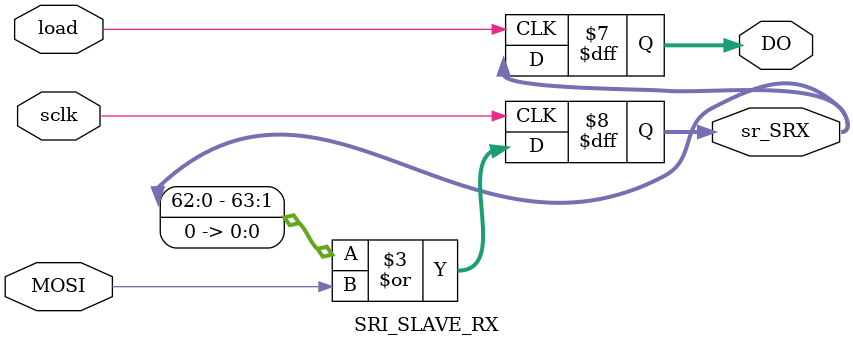
<source format=v>
`timescale 1ns / 1ps

`define n 64 //???
module SRI_SLAVE_RX (
			input load,	output reg[`n-1:0]sr_SRX=0,//Ðåãèñòð ñäâèãà
    		input sclk,	output reg[`n-1:0]DO=0,	//Áóôåð ïðèíÿòûõ äàííûõ
			input MOSI );		
//--Ïîñëåäîâàëüíûé ïðèåì äàííûõ				
always @ (posedge sclk) begin
sr_SRX <= sr_SRX<<1 | MOSI ;
end
//--Çàãðóçêà ïðèíÿòûõ äàííûõ èç ðåãèñòðà ñäâèãà â áóôåð
always @ (posedge load) begin
DO <= sr_SRX ;
end

endmodule


</source>
